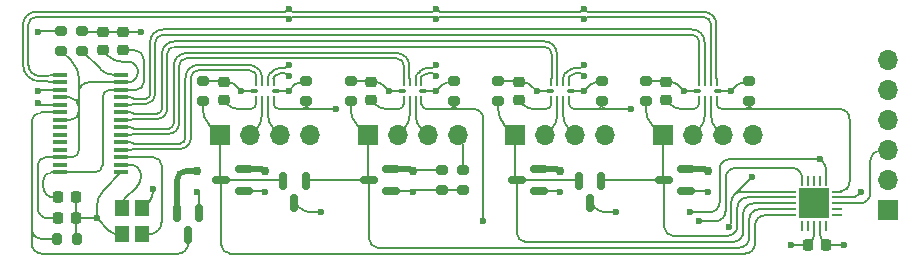
<source format=gbr>
%TF.GenerationSoftware,KiCad,Pcbnew,7.0.11-7.0.11~ubuntu22.04.1*%
%TF.CreationDate,2024-11-05T13:46:25+02:00*%
%TF.ProjectId,USB_Magic_Hub,5553425f-4d61-4676-9963-5f4875622e6b,rev?*%
%TF.SameCoordinates,PXc65d40PYc65d40*%
%TF.FileFunction,Copper,L1,Top*%
%TF.FilePolarity,Positive*%
%FSLAX46Y46*%
G04 Gerber Fmt 4.6, Leading zero omitted, Abs format (unit mm)*
G04 Created by KiCad (PCBNEW 7.0.11-7.0.11~ubuntu22.04.1) date 2024-11-05 13:46:25*
%MOMM*%
%LPD*%
G01*
G04 APERTURE LIST*
G04 Aperture macros list*
%AMRoundRect*
0 Rectangle with rounded corners*
0 $1 Rounding radius*
0 $2 $3 $4 $5 $6 $7 $8 $9 X,Y pos of 4 corners*
0 Add a 4 corners polygon primitive as box body*
4,1,4,$2,$3,$4,$5,$6,$7,$8,$9,$2,$3,0*
0 Add four circle primitives for the rounded corners*
1,1,$1+$1,$2,$3*
1,1,$1+$1,$4,$5*
1,1,$1+$1,$6,$7*
1,1,$1+$1,$8,$9*
0 Add four rect primitives between the rounded corners*
20,1,$1+$1,$2,$3,$4,$5,0*
20,1,$1+$1,$4,$5,$6,$7,0*
20,1,$1+$1,$6,$7,$8,$9,0*
20,1,$1+$1,$8,$9,$2,$3,0*%
G04 Aperture macros list end*
%TA.AperFunction,SMDPad,CuDef*%
%ADD10RoundRect,0.225000X-0.225000X-0.250000X0.225000X-0.250000X0.225000X0.250000X-0.225000X0.250000X0*%
%TD*%
%TA.AperFunction,SMDPad,CuDef*%
%ADD11RoundRect,0.200000X-0.275000X0.200000X-0.275000X-0.200000X0.275000X-0.200000X0.275000X0.200000X0*%
%TD*%
%TA.AperFunction,SMDPad,CuDef*%
%ADD12RoundRect,0.150000X-0.150000X0.587500X-0.150000X-0.587500X0.150000X-0.587500X0.150000X0.587500X0*%
%TD*%
%TA.AperFunction,SMDPad,CuDef*%
%ADD13RoundRect,0.062500X-0.362500X-0.062500X0.362500X-0.062500X0.362500X0.062500X-0.362500X0.062500X0*%
%TD*%
%TA.AperFunction,SMDPad,CuDef*%
%ADD14RoundRect,0.062500X-0.062500X-0.362500X0.062500X-0.362500X0.062500X0.362500X-0.062500X0.362500X0*%
%TD*%
%TA.AperFunction,HeatsinkPad*%
%ADD15R,2.600000X2.600000*%
%TD*%
%TA.AperFunction,SMDPad,CuDef*%
%ADD16RoundRect,0.150000X0.587500X0.150000X-0.587500X0.150000X-0.587500X-0.150000X0.587500X-0.150000X0*%
%TD*%
%TA.AperFunction,SMDPad,CuDef*%
%ADD17R,1.200000X0.400000*%
%TD*%
%TA.AperFunction,SMDPad,CuDef*%
%ADD18RoundRect,0.225000X0.250000X-0.225000X0.250000X0.225000X-0.250000X0.225000X-0.250000X-0.225000X0*%
%TD*%
%TA.AperFunction,ComponentPad*%
%ADD19R,1.700000X1.700000*%
%TD*%
%TA.AperFunction,ComponentPad*%
%ADD20O,1.700000X1.700000*%
%TD*%
%TA.AperFunction,SMDPad,CuDef*%
%ADD21RoundRect,0.050000X-0.075000X0.225000X-0.075000X-0.225000X0.075000X-0.225000X0.075000X0.225000X0*%
%TD*%
%TA.AperFunction,SMDPad,CuDef*%
%ADD22RoundRect,0.050000X-0.050000X0.225000X-0.050000X-0.225000X0.050000X-0.225000X0.050000X0.225000X0*%
%TD*%
%TA.AperFunction,SMDPad,CuDef*%
%ADD23RoundRect,0.050000X-0.250000X0.100000X-0.250000X-0.100000X0.250000X-0.100000X0.250000X0.100000X0*%
%TD*%
%TA.AperFunction,SMDPad,CuDef*%
%ADD24RoundRect,0.225000X0.225000X0.250000X-0.225000X0.250000X-0.225000X-0.250000X0.225000X-0.250000X0*%
%TD*%
%TA.AperFunction,SMDPad,CuDef*%
%ADD25RoundRect,0.200000X0.200000X0.275000X-0.200000X0.275000X-0.200000X-0.275000X0.200000X-0.275000X0*%
%TD*%
%TA.AperFunction,SMDPad,CuDef*%
%ADD26R,1.200000X1.400000*%
%TD*%
%TA.AperFunction,ViaPad*%
%ADD27C,0.600000*%
%TD*%
%TA.AperFunction,ViaPad*%
%ADD28C,0.750000*%
%TD*%
%TA.AperFunction,Conductor*%
%ADD29C,0.200000*%
%TD*%
%TA.AperFunction,Conductor*%
%ADD30C,0.500000*%
%TD*%
G04 APERTURE END LIST*
D10*
%TO.P,C4,1*%
%TO.N,/HUB_1.8V*%
X3725000Y-17000000D03*
%TO.P,C4,2*%
%TO.N,/GND*%
X5275000Y-17000000D03*
%TD*%
D11*
%TO.P,R12,1*%
%TO.N,/VCC_MCU*%
X37250000Y-7175000D03*
%TO.P,R12,2*%
%TO.N,/SEL3*%
X37250000Y-8825000D03*
%TD*%
D12*
%TO.P,Q5,1,G*%
%TO.N,/~{PWR_ENABLE}*%
X15700000Y-18312500D03*
%TO.P,Q5,2,S*%
%TO.N,Net-(Q1-S)*%
X13800000Y-18312500D03*
%TO.P,Q5,3,D*%
%TO.N,/VBUS_HUB*%
X14750000Y-20187500D03*
%TD*%
%TO.P,D1,1*%
%TO.N,/VBUS3*%
X24700000Y-15562500D03*
%TO.P,D1,2*%
%TO.N,/VBUS4*%
X22800000Y-15562500D03*
%TO.P,D1,3*%
%TO.N,/VCC_MCU*%
X23750000Y-17437500D03*
%TD*%
D13*
%TO.P,U4,1,PA4*%
%TO.N,/SEL4*%
X65825000Y-16500000D03*
%TO.P,U4,2,PA3*%
%TO.N,/VBUS1*%
X65825000Y-17000000D03*
%TO.P,U4,3,PA2*%
%TO.N,/VBUS2*%
X65825000Y-17500000D03*
%TO.P,U4,4,PA1*%
%TO.N,/VBUS3*%
X65825000Y-18000000D03*
%TO.P,U4,5,AREF/PA0*%
%TO.N,/VBUS4*%
X65825000Y-18500000D03*
D14*
%TO.P,U4,6,NC*%
%TO.N,unconnected-(U4-NC-Pad6)*%
X66750000Y-19425000D03*
%TO.P,U4,7,NC*%
%TO.N,unconnected-(U4-NC-Pad7)*%
X67250000Y-19425000D03*
%TO.P,U4,8,GND*%
%TO.N,/GND*%
X67750000Y-19425000D03*
%TO.P,U4,9,VCC*%
%TO.N,/VCC_MCU*%
X68250000Y-19425000D03*
%TO.P,U4,10,NC*%
%TO.N,unconnected-(U4-NC-Pad10)*%
X68750000Y-19425000D03*
D13*
%TO.P,U4,11,XTAL1/PB0*%
%TO.N,unconnected-(U4-XTAL1{slash}PB0-Pad11)*%
X69675000Y-18500000D03*
%TO.P,U4,12,XTAL2/PB1*%
%TO.N,unconnected-(U4-XTAL2{slash}PB1-Pad12)*%
X69675000Y-18000000D03*
%TO.P,U4,13,~{RESET}/PB3*%
%TO.N,/~{RESET}*%
X69675000Y-17500000D03*
%TO.P,U4,14,PB2*%
%TO.N,/~{PWR_ENABLE}*%
X69675000Y-17000000D03*
%TO.P,U4,15,PA7*%
%TO.N,/SEL1*%
X69675000Y-16500000D03*
D14*
%TO.P,U4,16,PA6*%
%TO.N,/SEL2*%
X68750000Y-15575000D03*
%TO.P,U4,17,NC*%
%TO.N,unconnected-(U4-NC-Pad17)*%
X68250000Y-15575000D03*
%TO.P,U4,18,NC*%
%TO.N,unconnected-(U4-NC-Pad18)*%
X67750000Y-15575000D03*
%TO.P,U4,19,NC*%
%TO.N,unconnected-(U4-NC-Pad19)*%
X67250000Y-15575000D03*
%TO.P,U4,20,PA5*%
%TO.N,/SEL3*%
X66750000Y-15575000D03*
D15*
%TO.P,U4,21,GND*%
%TO.N,/GND*%
X67750000Y-17500000D03*
%TD*%
D11*
%TO.P,R4,1*%
%TO.N,Net-(Q1-S)*%
X36250000Y-14675000D03*
%TO.P,R4,2*%
%TO.N,/~{PWR_ENABLE}*%
X36250000Y-16325000D03*
%TD*%
D16*
%TO.P,Q3,1,G*%
%TO.N,/~{PWR_ENABLE}*%
X31937500Y-16450000D03*
%TO.P,Q3,2,S*%
%TO.N,Net-(Q1-S)*%
X31937500Y-14550000D03*
%TO.P,Q3,3,D*%
%TO.N,/VBUS3*%
X30062500Y-15500000D03*
%TD*%
D11*
%TO.P,R9,1*%
%TO.N,/VCC_MCU*%
X49750000Y-7175000D03*
%TO.P,R9,2*%
%TO.N,/SEL2*%
X49750000Y-8825000D03*
%TD*%
%TO.P,R13,1*%
%TO.N,/VCC_MCU*%
X24750000Y-7175000D03*
%TO.P,R13,2*%
%TO.N,/SEL4*%
X24750000Y-8825000D03*
%TD*%
D17*
%TO.P,U1,1,VSS*%
%TO.N,/GND*%
X9100000Y-14877500D03*
%TO.P,U1,2,XOUT*%
%TO.N,Net-(U1-XOUT)*%
X9100000Y-14242500D03*
%TO.P,U1,3,XIN*%
%TO.N,Net-(U1-XIN)*%
X9100000Y-13607500D03*
%TO.P,U1,4,DM4*%
%TO.N,/DFP4-*%
X9100000Y-12972500D03*
%TO.P,U1,5,DP4*%
%TO.N,/DFP4+*%
X9100000Y-12337500D03*
%TO.P,U1,6,DM3*%
%TO.N,/DFP3-*%
X9100000Y-11702500D03*
%TO.P,U1,7,DP3*%
%TO.N,/DFP3+*%
X9100000Y-11067500D03*
%TO.P,U1,8,DM2*%
%TO.N,/DFP2-*%
X9100000Y-10432500D03*
%TO.P,U1,9,DP2*%
%TO.N,/DFP2+*%
X9100000Y-9797500D03*
%TO.P,U1,10,DM1*%
%TO.N,/DFP1-*%
X9100000Y-9162500D03*
%TO.P,U1,11,DP1*%
%TO.N,/DFP1+*%
X9100000Y-8527500D03*
%TO.P,U1,12,VD18_O*%
%TO.N,/HUB_1.8V*%
X9100000Y-7892500D03*
%TO.P,U1,13,VD33*%
%TO.N,/HUB_3.3V*%
X9100000Y-7257500D03*
%TO.P,U1,14,REXT*%
%TO.N,Net-(U1-REXT)*%
X9100000Y-6622500D03*
%TO.P,U1,15,DMU*%
%TO.N,/UFP-*%
X3900000Y-6622500D03*
%TO.P,U1,16,DPU*%
%TO.N,/UFP+*%
X3900000Y-7257500D03*
%TO.P,U1,17,~{XRSTJ}*%
%TO.N,Net-(U1-~{XRSTJ})*%
X3900000Y-7892500D03*
%TO.P,U1,18,VBUSM*%
%TO.N,/HUB_3.3V*%
X3900000Y-8527500D03*
%TO.P,U1,19,BUSJ*%
%TO.N,/GND*%
X3900000Y-9162500D03*
%TO.P,U1,20,VDD5*%
%TO.N,/VBUS_HUB*%
X3900000Y-9797500D03*
%TO.P,U1,21,VD33_O*%
%TO.N,/HUB_3.3V*%
X3900000Y-10432500D03*
%TO.P,U1,22,DRV*%
%TO.N,unconnected-(U1-DRV-Pad22)*%
X3900000Y-11067500D03*
%TO.P,U1,23,LED1/EESCL*%
%TO.N,unconnected-(U1-LED1{slash}EESCL-Pad23)*%
X3900000Y-11702500D03*
%TO.P,U1,24,LED2*%
%TO.N,unconnected-(U1-LED2-Pad24)*%
X3900000Y-12337500D03*
%TO.P,U1,25,PWRJ*%
%TO.N,unconnected-(U1-PWRJ-Pad25)*%
X3900000Y-12972500D03*
%TO.P,U1,26,OVCJ*%
%TO.N,/HUB_3.3V*%
X3900000Y-13607500D03*
%TO.P,U1,27,TESTJ/EESDA*%
%TO.N,unconnected-(U1-TESTJ{slash}EESDA-Pad27)*%
X3900000Y-14242500D03*
%TO.P,U1,28,VD18*%
%TO.N,/HUB_1.8V*%
X3900000Y-14877500D03*
%TD*%
D11*
%TO.P,R1,1*%
%TO.N,Net-(U1-~{XRSTJ})*%
X4000000Y-2925000D03*
%TO.P,R1,2*%
%TO.N,/HUB_3.3V*%
X4000000Y-4575000D03*
%TD*%
%TO.P,R10,1*%
%TO.N,/GND*%
X16000000Y-7175000D03*
%TO.P,R10,2*%
%TO.N,/VBUS4*%
X16000000Y-8825000D03*
%TD*%
D18*
%TO.P,C9,1*%
%TO.N,Net-(U6-REF)*%
X17750000Y-8775000D03*
%TO.P,C9,2*%
%TO.N,/GND*%
X17750000Y-7225000D03*
%TD*%
D19*
%TO.P,J1,1,Pin_1*%
%TO.N,/VBUS1*%
X54950000Y-11750000D03*
D20*
%TO.P,J1,2,Pin_2*%
%TO.N,/D1-*%
X57490000Y-11750000D03*
%TO.P,J1,3,Pin_3*%
%TO.N,/D1+*%
X60030000Y-11750000D03*
%TO.P,J1,4,Pin_4*%
%TO.N,/GND*%
X62570000Y-11750000D03*
%TD*%
D10*
%TO.P,C3,1*%
%TO.N,/HUB_3.3V*%
X3725000Y-18750000D03*
%TO.P,C3,2*%
%TO.N,/GND*%
X5275000Y-18750000D03*
%TD*%
D11*
%TO.P,R2,1*%
%TO.N,/GND*%
X5750000Y-2925000D03*
%TO.P,R2,2*%
%TO.N,Net-(U1-REXT)*%
X5750000Y-4575000D03*
%TD*%
D16*
%TO.P,Q1,1,G*%
%TO.N,/~{PWR_ENABLE}*%
X56937500Y-16450000D03*
%TO.P,Q1,2,S*%
%TO.N,Net-(Q1-S)*%
X56937500Y-14550000D03*
%TO.P,Q1,3,D*%
%TO.N,/VBUS1*%
X55062500Y-15500000D03*
%TD*%
D19*
%TO.P,J2,1,Pin_1*%
%TO.N,/VBUS2*%
X42450000Y-11750000D03*
D20*
%TO.P,J2,2,Pin_2*%
%TO.N,/D2-*%
X44990000Y-11750000D03*
%TO.P,J2,3,Pin_3*%
%TO.N,/D2+*%
X47530000Y-11750000D03*
%TO.P,J2,4,Pin_4*%
%TO.N,/GND*%
X50070000Y-11750000D03*
%TD*%
D12*
%TO.P,D2,1*%
%TO.N,/VBUS1*%
X49700000Y-15562500D03*
%TO.P,D2,2*%
%TO.N,/VBUS2*%
X47800000Y-15562500D03*
%TO.P,D2,3*%
%TO.N,/VCC_MCU*%
X48750000Y-17437500D03*
%TD*%
D21*
%TO.P,U3,1,L0+*%
%TO.N,/UFP+*%
X47000000Y-7325000D03*
D22*
%TO.P,U3,2,L0-*%
%TO.N,/UFP-*%
X46500000Y-7325000D03*
%TO.P,U3,3,L1+*%
%TO.N,/DFP2+*%
X46000000Y-7325000D03*
D21*
%TO.P,U3,4,L1-*%
%TO.N,/DFP2-*%
X45500000Y-7325000D03*
D23*
%TO.P,U3,5,GND*%
%TO.N,/GND*%
X45350000Y-8000000D03*
D21*
%TO.P,U3,6,REF*%
%TO.N,Net-(U3-REF)*%
X45500000Y-8675000D03*
D22*
%TO.P,U3,7,D-*%
%TO.N,/D2-*%
X46000000Y-8675000D03*
%TO.P,U3,8,D+*%
%TO.N,/D2+*%
X46500000Y-8675000D03*
D21*
%TO.P,U3,9,SEL*%
%TO.N,/SEL2*%
X47000000Y-8675000D03*
D23*
%TO.P,U3,10,VCC*%
%TO.N,/VCC_MCU*%
X47150000Y-8000000D03*
%TD*%
D24*
%TO.P,C7,1*%
%TO.N,/VCC_MCU*%
X68775000Y-21000000D03*
%TO.P,C7,2*%
%TO.N,/GND*%
X67225000Y-21000000D03*
%TD*%
D18*
%TO.P,C8,1*%
%TO.N,Net-(U5-REF)*%
X30250000Y-8775000D03*
%TO.P,C8,2*%
%TO.N,/GND*%
X30250000Y-7225000D03*
%TD*%
D11*
%TO.P,R3,1*%
%TO.N,/GND*%
X38000000Y-14675000D03*
%TO.P,R3,2*%
%TO.N,/~{PWR_ENABLE}*%
X38000000Y-16325000D03*
%TD*%
D25*
%TO.P,R11,1*%
%TO.N,/GND*%
X5325000Y-20500000D03*
%TO.P,R11,2*%
%TO.N,/VBUS_HUB*%
X3675000Y-20500000D03*
%TD*%
D19*
%TO.P,J3,1,Pin_1*%
%TO.N,/VBUS3*%
X29950000Y-11750000D03*
D20*
%TO.P,J3,2,Pin_2*%
%TO.N,/D3-*%
X32490000Y-11750000D03*
%TO.P,J3,3,Pin_3*%
%TO.N,/D3+*%
X35030000Y-11750000D03*
%TO.P,J3,4,Pin_4*%
%TO.N,/GND*%
X37570000Y-11750000D03*
%TD*%
D19*
%TO.P,J4,1,Pin_1*%
%TO.N,/SEL3*%
X74000000Y-18100000D03*
D20*
%TO.P,J4,2,Pin_2*%
%TO.N,/SEL4*%
X74000000Y-15560000D03*
%TO.P,J4,3,Pin_3*%
%TO.N,/~{RESET}*%
X74000000Y-13020000D03*
%TO.P,J4,4,Pin_4*%
%TO.N,/GND*%
X74000000Y-10480000D03*
%TO.P,J4,5,Pin_5*%
%TO.N,/SEL2*%
X74000000Y-7940000D03*
%TO.P,J4,6,Pin_6*%
%TO.N,/VCC_MCU*%
X74000000Y-5400000D03*
%TD*%
D18*
%TO.P,C5,1*%
%TO.N,/HUB_1.8V*%
X9250000Y-4525000D03*
%TO.P,C5,2*%
%TO.N,/GND*%
X9250000Y-2975000D03*
%TD*%
D11*
%TO.P,R5,1*%
%TO.N,/VCC_MCU*%
X62250000Y-7175000D03*
%TO.P,R5,2*%
%TO.N,/SEL1*%
X62250000Y-8825000D03*
%TD*%
D16*
%TO.P,Q4,1,G*%
%TO.N,/~{PWR_ENABLE}*%
X19437500Y-16450000D03*
%TO.P,Q4,2,S*%
%TO.N,Net-(Q1-S)*%
X19437500Y-14550000D03*
%TO.P,Q4,3,D*%
%TO.N,/VBUS4*%
X17562500Y-15500000D03*
%TD*%
D26*
%TO.P,Y1,1,1*%
%TO.N,Net-(U1-XOUT)*%
X9150000Y-17900000D03*
%TO.P,Y1,2,2*%
%TO.N,/GND*%
X9150000Y-20100000D03*
%TO.P,Y1,3,3*%
%TO.N,Net-(U1-XIN)*%
X10850000Y-20100000D03*
%TO.P,Y1,4,4*%
%TO.N,/GND*%
X10850000Y-17900000D03*
%TD*%
D16*
%TO.P,Q2,1,G*%
%TO.N,/~{PWR_ENABLE}*%
X44437500Y-16450000D03*
%TO.P,Q2,2,S*%
%TO.N,Net-(Q1-S)*%
X44437500Y-14550000D03*
%TO.P,Q2,3,D*%
%TO.N,/VBUS2*%
X42562500Y-15500000D03*
%TD*%
D21*
%TO.P,U5,1,L0+*%
%TO.N,/UFP+*%
X34500000Y-7325000D03*
D22*
%TO.P,U5,2,L0-*%
%TO.N,/UFP-*%
X34000000Y-7325000D03*
%TO.P,U5,3,L1+*%
%TO.N,/DFP3+*%
X33500000Y-7325000D03*
D21*
%TO.P,U5,4,L1-*%
%TO.N,/DFP3-*%
X33000000Y-7325000D03*
D23*
%TO.P,U5,5,GND*%
%TO.N,/GND*%
X32850000Y-8000000D03*
D21*
%TO.P,U5,6,REF*%
%TO.N,Net-(U5-REF)*%
X33000000Y-8675000D03*
D22*
%TO.P,U5,7,D-*%
%TO.N,/D3-*%
X33500000Y-8675000D03*
%TO.P,U5,8,D+*%
%TO.N,/D3+*%
X34000000Y-8675000D03*
D21*
%TO.P,U5,9,SEL*%
%TO.N,/SEL3*%
X34500000Y-8675000D03*
D23*
%TO.P,U5,10,VCC*%
%TO.N,/VCC_MCU*%
X34650000Y-8000000D03*
%TD*%
D19*
%TO.P,J5,1,Pin_1*%
%TO.N,/VBUS4*%
X17450000Y-11750000D03*
D20*
%TO.P,J5,2,Pin_2*%
%TO.N,/D4-*%
X19990000Y-11750000D03*
%TO.P,J5,3,Pin_3*%
%TO.N,/D4+*%
X22530000Y-11750000D03*
%TO.P,J5,4,Pin_4*%
%TO.N,/GND*%
X25070000Y-11750000D03*
%TD*%
D21*
%TO.P,U2,1,L0+*%
%TO.N,/UFP+*%
X59500000Y-7325000D03*
D22*
%TO.P,U2,2,L0-*%
%TO.N,/UFP-*%
X59000000Y-7325000D03*
%TO.P,U2,3,L1+*%
%TO.N,/DFP1+*%
X58500000Y-7325000D03*
D21*
%TO.P,U2,4,L1-*%
%TO.N,/DFP1-*%
X58000000Y-7325000D03*
D23*
%TO.P,U2,5,GND*%
%TO.N,/GND*%
X57850000Y-8000000D03*
D21*
%TO.P,U2,6,REF*%
%TO.N,Net-(U2-REF)*%
X58000000Y-8675000D03*
D22*
%TO.P,U2,7,D-*%
%TO.N,/D1-*%
X58500000Y-8675000D03*
%TO.P,U2,8,D+*%
%TO.N,/D1+*%
X59000000Y-8675000D03*
D21*
%TO.P,U2,9,SEL*%
%TO.N,/SEL1*%
X59500000Y-8675000D03*
D23*
%TO.P,U2,10,VCC*%
%TO.N,/VCC_MCU*%
X59650000Y-8000000D03*
%TD*%
D11*
%TO.P,R6,1*%
%TO.N,/GND*%
X53500000Y-7175000D03*
%TO.P,R6,2*%
%TO.N,/VBUS1*%
X53500000Y-8825000D03*
%TD*%
%TO.P,R7,1*%
%TO.N,/GND*%
X41000000Y-7175000D03*
%TO.P,R7,2*%
%TO.N,/VBUS2*%
X41000000Y-8825000D03*
%TD*%
D18*
%TO.P,C2,1*%
%TO.N,Net-(U2-REF)*%
X55250000Y-8775000D03*
%TO.P,C2,2*%
%TO.N,/GND*%
X55250000Y-7225000D03*
%TD*%
D11*
%TO.P,R8,1*%
%TO.N,/GND*%
X28500000Y-7175000D03*
%TO.P,R8,2*%
%TO.N,/VBUS3*%
X28500000Y-8825000D03*
%TD*%
D21*
%TO.P,U6,1,L0+*%
%TO.N,/UFP+*%
X22000000Y-7325000D03*
D22*
%TO.P,U6,2,L0-*%
%TO.N,/UFP-*%
X21500000Y-7325000D03*
%TO.P,U6,3,L1+*%
%TO.N,/DFP4+*%
X21000000Y-7325000D03*
D21*
%TO.P,U6,4,L1-*%
%TO.N,/DFP4-*%
X20500000Y-7325000D03*
D23*
%TO.P,U6,5,GND*%
%TO.N,/GND*%
X20350000Y-8000000D03*
D21*
%TO.P,U6,6,REF*%
%TO.N,Net-(U6-REF)*%
X20500000Y-8675000D03*
D22*
%TO.P,U6,7,D-*%
%TO.N,/D4-*%
X21000000Y-8675000D03*
%TO.P,U6,8,D+*%
%TO.N,/D4+*%
X21500000Y-8675000D03*
D21*
%TO.P,U6,9,SEL*%
%TO.N,/SEL4*%
X22000000Y-8675000D03*
D23*
%TO.P,U6,10,VCC*%
%TO.N,/VCC_MCU*%
X22150000Y-8000000D03*
%TD*%
D18*
%TO.P,C6,1*%
%TO.N,Net-(U3-REF)*%
X42750000Y-8775000D03*
%TO.P,C6,2*%
%TO.N,/GND*%
X42750000Y-7225000D03*
%TD*%
%TO.P,C1,1*%
%TO.N,/HUB_3.3V*%
X7500000Y-4525000D03*
%TO.P,C1,2*%
%TO.N,/GND*%
X7500000Y-2975000D03*
%TD*%
D27*
%TO.N,/GND*%
X67000000Y-18250000D03*
X2000000Y-9000000D03*
X7000000Y-18750000D03*
X19250000Y-8000000D03*
X68500000Y-18250000D03*
X65750000Y-21000000D03*
X10750000Y-3000000D03*
X56750000Y-8000000D03*
X44250000Y-8000000D03*
X11750000Y-16250000D03*
X31750000Y-8000000D03*
%TO.N,/VCC_MCU*%
X48250000Y-8000000D03*
X70250000Y-21000000D03*
X35750000Y-8000000D03*
X51000000Y-18250000D03*
X23250000Y-8000000D03*
X60750000Y-8000000D03*
X26000000Y-18250000D03*
%TO.N,/SEL2*%
X57250000Y-18250000D03*
X52250000Y-9500000D03*
X68250000Y-13750000D03*
%TO.N,/SEL3*%
X39750000Y-19000000D03*
X58000000Y-19000000D03*
%TO.N,/~{PWR_ENABLE}*%
X71750000Y-16500000D03*
X46250000Y-16500000D03*
X33750000Y-16500000D03*
X15500000Y-16500000D03*
X21250000Y-16500000D03*
X58750000Y-16500000D03*
D28*
%TO.N,Net-(Q1-S)*%
X33750000Y-14750000D03*
X46250000Y-14750000D03*
X21250000Y-14750000D03*
X58750000Y-14750000D03*
X15500000Y-14750000D03*
D27*
%TO.N,Net-(U1-~{XRSTJ})*%
X2000000Y-8000000D03*
X2000000Y-3000000D03*
%TO.N,/SEL4*%
X27250000Y-9500000D03*
X62500000Y-15250000D03*
X60500000Y-19500000D03*
%TO.N,/UFP-*%
X23250000Y-5825000D03*
X35750000Y-5825000D03*
X48250000Y-5825000D03*
X23250000Y-1925000D03*
X48250000Y-1925000D03*
X35750000Y-1925000D03*
%TO.N,/UFP+*%
X48250000Y-6675000D03*
X23250000Y-1075000D03*
X35750000Y-6675000D03*
X48250000Y-1075000D03*
X35750000Y-1075000D03*
X23250000Y-6675000D03*
%TD*%
D29*
%TO.N,/D4+*%
X21500009Y-9991680D02*
G75*
G03*
X22015001Y-11234999I1758291J-20D01*
G01*
%TO.N,/D4-*%
X20494994Y-11244994D02*
G75*
G03*
X21000000Y-10025822I-1219194J1219194D01*
G01*
%TO.N,/D3+*%
X34000009Y-9991680D02*
G75*
G03*
X34515001Y-11234999I1758291J-20D01*
G01*
%TO.N,/D3-*%
X32994994Y-11244994D02*
G75*
G03*
X33500000Y-10025822I-1219194J1219194D01*
G01*
%TO.N,/D2+*%
X46500009Y-9991680D02*
G75*
G03*
X47015001Y-11234999I1758291J-20D01*
G01*
%TO.N,/D2-*%
X45494994Y-11244994D02*
G75*
G03*
X46000000Y-10025822I-1219194J1219194D01*
G01*
%TO.N,/D1+*%
X59000009Y-9991680D02*
G75*
G03*
X59515001Y-11234999I1758291J-20D01*
G01*
%TO.N,/D1-*%
X57994994Y-11244994D02*
G75*
G03*
X58500000Y-10025822I-1219194J1219194D01*
G01*
%TO.N,/UFP+*%
X22603555Y-6474953D02*
G75*
G03*
X22159100Y-6659101I45J-628547D01*
G01*
X47908580Y-1274990D02*
G75*
G03*
X48150000Y-1174999I20J341390D01*
G01*
X35103555Y-6474953D02*
G75*
G03*
X34659100Y-6659101I45J-628547D01*
G01*
X47603555Y-6474953D02*
G75*
G03*
X47159100Y-6659101I45J-628547D01*
G01*
X1185900Y-6754100D02*
G75*
G03*
X2177900Y-7165000I992000J992000D01*
G01*
X59474979Y-2353550D02*
G75*
G03*
X59159099Y-1590899I-1078479J50D01*
G01*
X2953752Y-7211247D02*
G75*
G03*
X2842091Y-7165000I-111652J-111653D01*
G01*
X21990632Y-6827507D02*
G75*
G03*
X21975000Y-6865349I37868J-37793D01*
G01*
X34490632Y-6827507D02*
G75*
G03*
X34475000Y-6865349I37868J-37793D01*
G01*
X46990632Y-6827507D02*
G75*
G03*
X46975000Y-6865349I37868J-37793D01*
G01*
X2953747Y-7211252D02*
G75*
G03*
X3065406Y-7257500I111653J111652D01*
G01*
X21974992Y-6869821D02*
G75*
G03*
X21987500Y-6899999I42708J21D01*
G01*
X34474992Y-6869821D02*
G75*
G03*
X34487500Y-6899999I42708J21D01*
G01*
X46974992Y-6869821D02*
G75*
G03*
X46987500Y-6899999I42708J21D01*
G01*
X59474992Y-6869821D02*
G75*
G03*
X59487500Y-6899999I42708J21D01*
G01*
X23150006Y-6574994D02*
G75*
G03*
X22908580Y-6475001I-241406J-241406D01*
G01*
X23349993Y-1175005D02*
G75*
G03*
X23591419Y-1274999I241407J241405D01*
G01*
X22000009Y-6930176D02*
G75*
G03*
X21987499Y-6900000I-42709J-24D01*
G01*
X34500009Y-6930176D02*
G75*
G03*
X34487499Y-6900000I-42709J-24D01*
G01*
X775001Y-5762099D02*
G75*
G03*
X1185901Y-6754099I1402899J-1D01*
G01*
X47000009Y-6930176D02*
G75*
G03*
X46987499Y-6900000I-42709J-24D01*
G01*
X59500009Y-6930176D02*
G75*
G03*
X59487499Y-6900000I-42709J-24D01*
G01*
X22908580Y-1274990D02*
G75*
G03*
X23150000Y-1174999I20J341390D01*
G01*
X35849993Y-1175005D02*
G75*
G03*
X36091419Y-1274999I241407J241405D01*
G01*
X1090886Y-1590885D02*
G75*
G03*
X775000Y-2353550I762614J-762615D01*
G01*
X35650006Y-6574994D02*
G75*
G03*
X35408580Y-6475001I-241406J-241406D01*
G01*
X59159114Y-1590884D02*
G75*
G03*
X58396448Y-1274999I-762614J-762616D01*
G01*
X48150006Y-6574994D02*
G75*
G03*
X47908580Y-6475001I-241406J-241406D01*
G01*
X48349993Y-1175005D02*
G75*
G03*
X48591419Y-1274999I241407J241405D01*
G01*
X1853551Y-1275021D02*
G75*
G03*
X1090901Y-1590900I-51J-1078479D01*
G01*
X35408580Y-1274990D02*
G75*
G03*
X35650000Y-1174999I20J341390D01*
G01*
%TO.N,/UFP-*%
X36091419Y-1725009D02*
G75*
G03*
X35850000Y-1825001I-19J-341391D01*
G01*
X59012494Y-6899993D02*
G75*
G03*
X59025000Y-6869821I-30194J30193D01*
G01*
X22603401Y-6025003D02*
G75*
G03*
X21841007Y-6340793I-1J-1078197D01*
G01*
X35103401Y-6025003D02*
G75*
G03*
X34341007Y-6340793I-1J-1078197D01*
G01*
X48591419Y-1725009D02*
G75*
G03*
X48350000Y-1825001I-19J-341391D01*
G01*
X47603401Y-6025003D02*
G75*
G03*
X46841007Y-6340793I-1J-1078197D01*
G01*
X21606535Y-6575206D02*
G75*
G03*
X21525000Y-6772149I196965J-196894D01*
G01*
X1409113Y-1909113D02*
G75*
G03*
X1225000Y-2353556I444487J-444487D01*
G01*
X34106535Y-6575206D02*
G75*
G03*
X34025000Y-6772149I196965J-196894D01*
G01*
X46606535Y-6575206D02*
G75*
G03*
X46525000Y-6772149I196965J-196894D01*
G01*
X35650006Y-1824994D02*
G75*
G03*
X35408580Y-1725001I-241406J-241406D01*
G01*
X3065406Y-6622503D02*
G75*
G03*
X2953749Y-6668750I-6J-157897D01*
G01*
X59025017Y-2353556D02*
G75*
G03*
X58840899Y-1909100I-628617J-44D01*
G01*
X48150006Y-1824994D02*
G75*
G03*
X47908580Y-1725001I-241406J-241406D01*
G01*
X1504098Y-6435902D02*
G75*
G03*
X2177907Y-6715000I673802J673802D01*
G01*
X22908580Y-6024990D02*
G75*
G03*
X23150000Y-5924999I20J341390D01*
G01*
X21512507Y-6900006D02*
G75*
G03*
X21500000Y-6930176I30193J-30194D01*
G01*
X58840886Y-1909113D02*
G75*
G03*
X58396442Y-1725001I-444486J-444487D01*
G01*
X34012507Y-6900006D02*
G75*
G03*
X34000000Y-6930176I30193J-30194D01*
G01*
X46512507Y-6900006D02*
G75*
G03*
X46500000Y-6930176I30193J-30194D01*
G01*
X35408580Y-6024990D02*
G75*
G03*
X35650000Y-5924999I20J341390D01*
G01*
X2842091Y-6714996D02*
G75*
G03*
X2953749Y-6668750I9J157896D01*
G01*
X59012507Y-6900006D02*
G75*
G03*
X59000000Y-6930176I30193J-30194D01*
G01*
X23150006Y-1824994D02*
G75*
G03*
X22908580Y-1725001I-241406J-241406D01*
G01*
X47908580Y-6024990D02*
G75*
G03*
X48150000Y-5924999I20J341390D01*
G01*
X1225003Y-5762092D02*
G75*
G03*
X1504100Y-6435900I952897J-8D01*
G01*
X23591419Y-1725009D02*
G75*
G03*
X23350000Y-1825001I-19J-341391D01*
G01*
X1853557Y-1724983D02*
G75*
G03*
X1409101Y-1909101I43J-628617D01*
G01*
X21512494Y-6899993D02*
G75*
G03*
X21525000Y-6869821I-30194J30193D01*
G01*
X34012494Y-6899993D02*
G75*
G03*
X34025000Y-6869821I-30194J30193D01*
G01*
X46512494Y-6899993D02*
G75*
G03*
X46525000Y-6869821I-30194J30193D01*
G01*
%TO.N,/DFP1+*%
X10046248Y-8573753D02*
G75*
G03*
X10157908Y-8620000I111652J111653D01*
G01*
X58500009Y-6930176D02*
G75*
G03*
X58487499Y-6900000I-42709J-24D01*
G01*
X58474992Y-6869821D02*
G75*
G03*
X58487500Y-6899999I42708J21D01*
G01*
X58474979Y-3853550D02*
G75*
G03*
X58159100Y-3090900I-1078479J50D01*
G01*
X11161044Y-8620018D02*
G75*
G03*
X11418400Y-8513400I-44J364018D01*
G01*
X11840885Y-3090885D02*
G75*
G03*
X11525000Y-3853550I762615J-762615D01*
G01*
X11418387Y-8513387D02*
G75*
G03*
X11525000Y-8256044I-257387J257387D01*
G01*
X10046253Y-8573748D02*
G75*
G03*
X9934593Y-8527500I-111653J-111652D01*
G01*
X58159115Y-3090885D02*
G75*
G03*
X57396449Y-2775000I-762615J-762615D01*
G01*
X12603550Y-2775021D02*
G75*
G03*
X11840900Y-3090900I-50J-1078479D01*
G01*
%TO.N,/DFP1-*%
X10157908Y-9070004D02*
G75*
G03*
X10046251Y-9116250I-8J-157896D01*
G01*
X58012494Y-6899993D02*
G75*
G03*
X58025000Y-6869821I-30194J30193D01*
G01*
X12159113Y-3409113D02*
G75*
G03*
X11975000Y-3853556I444487J-444487D01*
G01*
X58025017Y-3853556D02*
G75*
G03*
X57840899Y-3409101I-628617J-44D01*
G01*
X11736585Y-8831585D02*
G75*
G03*
X11975000Y-8256051I-575585J575585D01*
G01*
X9934593Y-9162497D02*
G75*
G03*
X10046251Y-9116250I7J157897D01*
G01*
X12603556Y-3224983D02*
G75*
G03*
X12159101Y-3409101I44J-628617D01*
G01*
X57840887Y-3409113D02*
G75*
G03*
X57396443Y-3225000I-444487J-444487D01*
G01*
X58012507Y-6900006D02*
G75*
G03*
X58000000Y-6930176I30193J-30194D01*
G01*
X11161051Y-9070021D02*
G75*
G03*
X11736600Y-8831600I-51J814021D01*
G01*
%TO.N,/DFP2+*%
X46000009Y-6930176D02*
G75*
G03*
X45987499Y-6900000I-42709J-24D01*
G01*
X45974979Y-4853550D02*
G75*
G03*
X45659100Y-4090900I-1078479J50D01*
G01*
X13603550Y-3775021D02*
G75*
G03*
X12840900Y-4090900I-50J-1078479D01*
G01*
X12840885Y-4090885D02*
G75*
G03*
X12525000Y-4853550I762615J-762615D01*
G01*
X12126902Y-9890001D02*
G75*
G03*
X12408400Y-9773400I-2J398101D01*
G01*
X45974992Y-6869821D02*
G75*
G03*
X45987500Y-6899999I42708J21D01*
G01*
X10046253Y-9843748D02*
G75*
G03*
X9934593Y-9797500I-111653J-111652D01*
G01*
X12408399Y-9773399D02*
G75*
G03*
X12525000Y-9491902I-281499J281499D01*
G01*
X45659115Y-4090885D02*
G75*
G03*
X44896449Y-3775000I-762615J-762615D01*
G01*
X10046248Y-9843753D02*
G75*
G03*
X10157908Y-9890000I111652J111653D01*
G01*
%TO.N,/DFP2-*%
X45512494Y-6899993D02*
G75*
G03*
X45525000Y-6869821I-30194J30193D01*
G01*
X12726597Y-10091597D02*
G75*
G03*
X12975000Y-9491909I-599697J599697D01*
G01*
X13159113Y-4409113D02*
G75*
G03*
X12975000Y-4853556I444487J-444487D01*
G01*
X12126909Y-10340003D02*
G75*
G03*
X12726599Y-10091599I-9J848103D01*
G01*
X10157908Y-10340004D02*
G75*
G03*
X10046251Y-10386250I-8J-157896D01*
G01*
X13603556Y-4224983D02*
G75*
G03*
X13159101Y-4409101I44J-628617D01*
G01*
X45525017Y-4853556D02*
G75*
G03*
X45340899Y-4409101I-628617J-44D01*
G01*
X9934593Y-10432497D02*
G75*
G03*
X10046251Y-10386250I7J157897D01*
G01*
X45512507Y-6900006D02*
G75*
G03*
X45500000Y-6930176I30193J-30194D01*
G01*
X45340887Y-4409113D02*
G75*
G03*
X44896443Y-4225000I-444487J-444487D01*
G01*
%TO.N,/DFP3+*%
X33500009Y-6930176D02*
G75*
G03*
X33487499Y-6900000I-42709J-24D01*
G01*
X13840885Y-5090885D02*
G75*
G03*
X13525000Y-5853550I762615J-762615D01*
G01*
X33474992Y-6869821D02*
G75*
G03*
X33487500Y-6899999I42708J21D01*
G01*
X33474979Y-5853550D02*
G75*
G03*
X33159100Y-5090900I-1078479J50D01*
G01*
X33159115Y-5090885D02*
G75*
G03*
X32396449Y-4775000I-762615J-762615D01*
G01*
X10046253Y-11113748D02*
G75*
G03*
X9934593Y-11067500I-111653J-111652D01*
G01*
X13398412Y-11033412D02*
G75*
G03*
X13525000Y-10727760I-305612J305612D01*
G01*
X13092760Y-11159983D02*
G75*
G03*
X13398400Y-11033400I40J432183D01*
G01*
X14603550Y-4775021D02*
G75*
G03*
X13840900Y-5090900I-50J-1078479D01*
G01*
X10046248Y-11113753D02*
G75*
G03*
X10157908Y-11160000I111652J111653D01*
G01*
%TO.N,/DFP3-*%
X33012494Y-6899993D02*
G75*
G03*
X33025000Y-6869821I-30194J30193D01*
G01*
X10157908Y-11610004D02*
G75*
G03*
X10046251Y-11656250I-8J-157896D01*
G01*
X14603556Y-5224983D02*
G75*
G03*
X14159101Y-5409101I44J-628617D01*
G01*
X13092767Y-11609986D02*
G75*
G03*
X13716600Y-11351600I33J882186D01*
G01*
X33012507Y-6900006D02*
G75*
G03*
X33000000Y-6930176I30193J-30194D01*
G01*
X33025017Y-5853556D02*
G75*
G03*
X32840899Y-5409101I-628617J-44D01*
G01*
X13716610Y-11351610D02*
G75*
G03*
X13975000Y-10727767I-623810J623810D01*
G01*
X9934593Y-11702497D02*
G75*
G03*
X10046251Y-11656250I7J157897D01*
G01*
X14159113Y-5409113D02*
G75*
G03*
X13975000Y-5853556I444487J-444487D01*
G01*
X32840887Y-5409113D02*
G75*
G03*
X32396443Y-5225000I-444487J-444487D01*
G01*
%TO.N,/DFP4+*%
X20974992Y-6869821D02*
G75*
G03*
X20987500Y-6899999I42708J21D01*
G01*
X20975022Y-6647149D02*
G75*
G03*
X20805047Y-6236847I-580322J-51D01*
G01*
X14840885Y-6090885D02*
G75*
G03*
X14525000Y-6853550I762615J-762615D01*
G01*
X20659115Y-6090885D02*
G75*
G03*
X19896449Y-5775000I-762615J-762615D01*
G01*
X10046253Y-12383748D02*
G75*
G03*
X9934593Y-12337500I-111653J-111652D01*
G01*
X14058618Y-12430007D02*
G75*
G03*
X14388400Y-12293400I-18J466407D01*
G01*
X15603550Y-5775021D02*
G75*
G03*
X14840900Y-6090900I-50J-1078479D01*
G01*
X14388395Y-12293395D02*
G75*
G03*
X14525000Y-11963618I-329795J329795D01*
G01*
X21000009Y-6930176D02*
G75*
G03*
X20987499Y-6900000I-42709J-24D01*
G01*
X10046248Y-12383753D02*
G75*
G03*
X10157908Y-12430000I111652J111653D01*
G01*
%TO.N,/DFP4-*%
X10157908Y-12880004D02*
G75*
G03*
X10046251Y-12926250I-8J-157896D01*
G01*
X20524979Y-6740349D02*
G75*
G03*
X20420948Y-6489150I-355179J49D01*
G01*
X20512507Y-6900006D02*
G75*
G03*
X20500000Y-6930176I30193J-30194D01*
G01*
X15159113Y-6409113D02*
G75*
G03*
X14975000Y-6853556I444487J-444487D01*
G01*
X9934593Y-12972497D02*
G75*
G03*
X10046251Y-12926250I7J157897D01*
G01*
X15603556Y-6224983D02*
G75*
G03*
X15159101Y-6409101I44J-628617D01*
G01*
X20512494Y-6899993D02*
G75*
G03*
X20525000Y-6869821I-30194J30193D01*
G01*
X14058625Y-12880010D02*
G75*
G03*
X14706600Y-12611600I-25J916410D01*
G01*
X14706593Y-12611593D02*
G75*
G03*
X14975000Y-11963625I-647993J647993D01*
G01*
X20340887Y-6409113D02*
G75*
G03*
X19896443Y-6225000I-444487J-444487D01*
G01*
%TO.N,Net-(U1-XIN)*%
X12199989Y-19799989D02*
G75*
G03*
X12500000Y-19075735I-724289J724289D01*
G01*
X12499983Y-14277539D02*
G75*
G03*
X12303750Y-13803750I-669983J39D01*
G01*
X11475735Y-20100014D02*
G75*
G03*
X12199999Y-19799999I-35J1024314D01*
G01*
X12303762Y-13803738D02*
G75*
G03*
X11829960Y-13607500I-473762J-473762D01*
G01*
%TO.N,Net-(U1-XOUT)*%
X10496237Y-14496263D02*
G75*
G03*
X9883643Y-14242500I-612637J-612637D01*
G01*
X10750017Y-15108856D02*
G75*
G03*
X10496249Y-14496251I-866417J-44D01*
G01*
X9344456Y-17155547D02*
G75*
G03*
X9150000Y-17625000I469444J-469453D01*
G01*
X10396445Y-16103552D02*
G75*
G03*
X10750000Y-15250000I-853545J853552D01*
G01*
%TO.N,/SEL4*%
X60999984Y-16749984D02*
G75*
G03*
X60750000Y-17353553I603516J-603516D01*
G01*
X61603553Y-16500023D02*
G75*
G03*
X61000001Y-16750001I-53J-853477D01*
G01*
X61500080Y-16250080D02*
G75*
G03*
X61603553Y-16500000I103520J-103520D01*
G01*
X21999991Y-9073223D02*
G75*
G03*
X22125000Y-9375000I426809J23D01*
G01*
X22125007Y-9374993D02*
G75*
G03*
X22426776Y-9500000I301793J301793D01*
G01*
X60624993Y-19374993D02*
G75*
G03*
X60750000Y-19073223I-301793J301793D01*
G01*
X24412500Y-9500000D02*
G75*
G03*
X24750000Y-9162500I0J337500D01*
G01*
X24750000Y-9162500D02*
G75*
G03*
X25087500Y-9500000I337500J0D01*
G01*
X61000000Y-16750000D02*
X61500000Y-16250000D01*
X24412500Y-9500000D02*
X23737500Y-9500000D01*
X27125000Y-9500000D02*
X26875000Y-9500000D01*
X25087500Y-9500000D02*
X24412500Y-9500000D01*
%TO.N,Net-(U1-REXT)*%
X7337012Y-6161980D02*
G75*
G03*
X8448750Y-6622500I1111788J1111780D01*
G01*
%TO.N,Net-(U1-~{XRSTJ})*%
X2183513Y-7892506D02*
G75*
G03*
X2053750Y-7946250I-13J-183494D01*
G01*
X2128033Y-2925014D02*
G75*
G03*
X2037500Y-2962500I-33J-127986D01*
G01*
%TO.N,/VBUS_HUB*%
X14499986Y-21499986D02*
G75*
G03*
X14750000Y-20896446I-603586J603586D01*
G01*
X1500002Y-20896446D02*
G75*
G03*
X1750000Y-21500000I853548J-4D01*
G01*
X13896446Y-21750019D02*
G75*
G03*
X14500000Y-21500000I-46J853619D01*
G01*
X2272465Y-9797486D02*
G75*
G03*
X1726250Y-10023750I35J-772514D01*
G01*
X1750014Y-21499986D02*
G75*
G03*
X2353553Y-21750000I603586J603586D01*
G01*
X1749920Y-20250080D02*
G75*
G03*
X1500000Y-20353553I-103520J-103520D01*
G01*
X1500002Y-19646446D02*
G75*
G03*
X1750000Y-20250000I853548J-4D01*
G01*
X1750014Y-20249986D02*
G75*
G03*
X2353553Y-20500000I603586J603586D01*
G01*
X1726260Y-10023760D02*
G75*
G03*
X1500000Y-10569965I546240J-546240D01*
G01*
X1500000Y-20353553D02*
X1500000Y-19646446D01*
D30*
%TO.N,Net-(Q1-S)*%
X14025001Y-14975001D02*
G75*
G03*
X13800000Y-15518198I543199J-543199D01*
G01*
X21150006Y-14649994D02*
G75*
G03*
X20908578Y-14550000I-241406J-241406D01*
G01*
X33650006Y-14649994D02*
G75*
G03*
X33408578Y-14550000I-241406J-241406D01*
G01*
X46150006Y-14649994D02*
G75*
G03*
X45908578Y-14550000I-241406J-241406D01*
G01*
X14568198Y-14750000D02*
G75*
G03*
X14025001Y-14975001I2J-768200D01*
G01*
X58650006Y-14649994D02*
G75*
G03*
X58408578Y-14550000I-241406J-241406D01*
G01*
D29*
X33878033Y-14675014D02*
G75*
G03*
X33787500Y-14712500I-33J-127986D01*
G01*
%TO.N,/~{PWR_ENABLE}*%
X70896446Y-17000019D02*
G75*
G03*
X71500000Y-16750000I-46J853619D01*
G01*
X58724987Y-16475013D02*
G75*
G03*
X58664644Y-16450000I-60387J-60387D01*
G01*
X33724987Y-16475013D02*
G75*
G03*
X33664644Y-16450000I-60387J-60387D01*
G01*
X21224987Y-16475013D02*
G75*
G03*
X21164644Y-16450000I-60387J-60387D01*
G01*
X34048743Y-16325019D02*
G75*
G03*
X33837501Y-16412501I-43J-298681D01*
G01*
X46224987Y-16475013D02*
G75*
G03*
X46164644Y-16450000I-60387J-60387D01*
G01*
X15699991Y-16841421D02*
G75*
G03*
X15600000Y-16600000I-341391J21D01*
G01*
%TO.N,/SEL3*%
X60499984Y-14749984D02*
G75*
G03*
X60250000Y-15353553I603516J-603516D01*
G01*
X61103553Y-14500023D02*
G75*
G03*
X60500001Y-14750001I-53J-853477D01*
G01*
X66749996Y-15287500D02*
G75*
G03*
X66546706Y-14796706I-694096J0D01*
G01*
X66500016Y-14749984D02*
G75*
G03*
X65896446Y-14500000I-603516J-603516D01*
G01*
X59999986Y-18749986D02*
G75*
G03*
X60250000Y-18146446I-603586J603586D01*
G01*
X39750019Y-10353553D02*
G75*
G03*
X39500000Y-9750000I-853619J-47D01*
G01*
X34499991Y-9073223D02*
G75*
G03*
X34625000Y-9375000I426809J23D01*
G01*
X34625007Y-9374993D02*
G75*
G03*
X34926776Y-9500000I301793J301793D01*
G01*
X59396446Y-19000019D02*
G75*
G03*
X60000000Y-18750000I-46J853619D01*
G01*
X36912500Y-9500000D02*
G75*
G03*
X37250000Y-9162500I0J337500D01*
G01*
X37250000Y-9162500D02*
G75*
G03*
X37587500Y-9500000I337500J0D01*
G01*
X39500016Y-9749984D02*
G75*
G03*
X38896446Y-9500000I-603516J-603516D01*
G01*
X36912500Y-9500000D02*
X36237500Y-9500000D01*
X37587500Y-9500000D02*
X36912500Y-9500000D01*
%TO.N,/~{RESET}*%
X73319411Y-13020005D02*
G75*
G03*
X72740000Y-13260000I-11J-819395D01*
G01*
X72249986Y-17249986D02*
G75*
G03*
X72500000Y-16646446I-603586J603586D01*
G01*
X72739997Y-13259997D02*
G75*
G03*
X72500000Y-13839411I579403J-579403D01*
G01*
X71646446Y-17500019D02*
G75*
G03*
X72250000Y-17250000I-46J853619D01*
G01*
%TO.N,/SEL1*%
X59499991Y-9073223D02*
G75*
G03*
X59625000Y-9375000I426809J23D01*
G01*
X61912500Y-9500000D02*
G75*
G03*
X62250000Y-9162500I0J337500D01*
G01*
X62250000Y-9162500D02*
G75*
G03*
X62587500Y-9500000I337500J0D01*
G01*
X70500016Y-9749984D02*
G75*
G03*
X69896446Y-9500000I-603516J-603516D01*
G01*
X70750019Y-10353553D02*
G75*
G03*
X70500000Y-9750000I-853619J-47D01*
G01*
X69962500Y-16499995D02*
G75*
G03*
X70453293Y-16296706I0J694095D01*
G01*
X59625007Y-9374993D02*
G75*
G03*
X59926776Y-9500000I301793J301793D01*
G01*
X70499986Y-16249986D02*
G75*
G03*
X70750000Y-15646446I-603586J603586D01*
G01*
X62587500Y-9500000D02*
X61912500Y-9500000D01*
%TO.N,/SEL2*%
X58896446Y-18250019D02*
G75*
G03*
X59500000Y-18000000I-46J853619D01*
G01*
X49412500Y-9500000D02*
G75*
G03*
X49750000Y-9162500I0J337500D01*
G01*
X49750000Y-9162500D02*
G75*
G03*
X50087500Y-9500000I337500J0D01*
G01*
X60603553Y-13750023D02*
G75*
G03*
X60000001Y-14000001I-53J-853477D01*
G01*
X59999984Y-13999984D02*
G75*
G03*
X59750000Y-14603553I603516J-603516D01*
G01*
X47125007Y-9374993D02*
G75*
G03*
X47426776Y-9500000I301793J301793D01*
G01*
X68750019Y-14603553D02*
G75*
G03*
X68500000Y-14000000I-853619J-47D01*
G01*
X59499986Y-17999986D02*
G75*
G03*
X59750000Y-17396446I-603586J603586D01*
G01*
X46999991Y-9073223D02*
G75*
G03*
X47125000Y-9375000I426809J23D01*
G01*
X50087500Y-9500000D02*
X49412500Y-9500000D01*
X52000000Y-9500000D02*
X51500000Y-9500000D01*
X49412500Y-9500000D02*
X48737500Y-9500000D01*
%TO.N,/VBUS4*%
X17781262Y-21531238D02*
G75*
G03*
X18309359Y-21750000I528138J528138D01*
G01*
X62499986Y-21499986D02*
G75*
G03*
X62750000Y-20896446I-603586J603586D01*
G01*
X16000006Y-9562500D02*
G75*
G03*
X16521492Y-10821490I1780494J0D01*
G01*
X62999984Y-18749984D02*
G75*
G03*
X62750000Y-19353553I603516J-603516D01*
G01*
X17450021Y-15307950D02*
G75*
G03*
X17506250Y-15443750I191979J-50D01*
G01*
X63603553Y-18500023D02*
G75*
G03*
X63000001Y-18750001I-53J-853477D01*
G01*
X17562484Y-21003140D02*
G75*
G03*
X17781251Y-21531249I746916J40D01*
G01*
X61896446Y-21750019D02*
G75*
G03*
X62500000Y-21500000I-46J853619D01*
G01*
X17562479Y-15579549D02*
G75*
G03*
X17506250Y-15443750I-191979J49D01*
G01*
X17642049Y-15500000D02*
G75*
G03*
X17562500Y-15579549I-49J-79500D01*
G01*
X17506235Y-15443765D02*
G75*
G03*
X17642049Y-15500000I135765J135765D01*
G01*
X22768748Y-15531252D02*
G75*
G03*
X22693305Y-15500000I-75448J-75448D01*
G01*
%TO.N,/VBUS3*%
X24806694Y-15499998D02*
G75*
G03*
X24731250Y-15531250I6J-106702D01*
G01*
X29982950Y-15499951D02*
G75*
G03*
X30006250Y-15443750I-50J32951D01*
G01*
X30062500Y-15579549D02*
G75*
G03*
X29982950Y-15500000I-79500J49D01*
G01*
X30062479Y-15579549D02*
G75*
G03*
X30006250Y-15443750I-191979J49D01*
G01*
X30062484Y-20503140D02*
G75*
G03*
X30281251Y-21031249I746916J40D01*
G01*
X63103553Y-18000023D02*
G75*
G03*
X62500001Y-18250001I-53J-853477D01*
G01*
X28500006Y-9562500D02*
G75*
G03*
X29021492Y-10821490I1780494J0D01*
G01*
X29950021Y-15307950D02*
G75*
G03*
X30006250Y-15443750I191979J-50D01*
G01*
X61396446Y-21250019D02*
G75*
G03*
X62000000Y-21000000I-46J853619D01*
G01*
X62499984Y-18249984D02*
G75*
G03*
X62250000Y-18853553I603516J-603516D01*
G01*
X61999986Y-20999986D02*
G75*
G03*
X62250000Y-20396446I-603586J603586D01*
G01*
X30281262Y-21031238D02*
G75*
G03*
X30809359Y-21250000I528138J528138D01*
G01*
%TO.N,/VBUS2*%
X47768748Y-15531252D02*
G75*
G03*
X47693305Y-15500000I-75448J-75448D01*
G01*
X42562479Y-15579549D02*
G75*
G03*
X42506250Y-15443750I-191979J49D01*
G01*
X42642049Y-15500000D02*
G75*
G03*
X42562500Y-15579549I-49J-79500D01*
G01*
X42506235Y-15443765D02*
G75*
G03*
X42642049Y-15500000I135765J135765D01*
G01*
X42450021Y-15307950D02*
G75*
G03*
X42506250Y-15443750I191979J-50D01*
G01*
X61499986Y-20499986D02*
G75*
G03*
X61750000Y-19896446I-603586J603586D01*
G01*
X42781262Y-20531238D02*
G75*
G03*
X43309359Y-20750000I528138J528138D01*
G01*
X61999984Y-17749984D02*
G75*
G03*
X61750000Y-18353553I603516J-603516D01*
G01*
X62603553Y-17500023D02*
G75*
G03*
X62000001Y-17750001I-53J-853477D01*
G01*
X41000006Y-9562500D02*
G75*
G03*
X41521492Y-10821490I1780494J0D01*
G01*
X42562484Y-20003140D02*
G75*
G03*
X42781251Y-20531249I746916J40D01*
G01*
X60896446Y-20750019D02*
G75*
G03*
X61500000Y-20500000I-46J853619D01*
G01*
%TO.N,/VBUS1*%
X49806694Y-15499998D02*
G75*
G03*
X49731250Y-15531250I6J-106702D01*
G01*
X53500006Y-9562500D02*
G75*
G03*
X54021492Y-10821490I1780494J0D01*
G01*
X55281262Y-20031238D02*
G75*
G03*
X55809359Y-20250000I528138J528138D01*
G01*
X60999986Y-19999986D02*
G75*
G03*
X61250000Y-19396446I-603586J603586D01*
G01*
X54982950Y-15499951D02*
G75*
G03*
X55006250Y-15443750I-50J32951D01*
G01*
X55062500Y-15579549D02*
G75*
G03*
X54982950Y-15500000I-79500J49D01*
G01*
X55062479Y-15579549D02*
G75*
G03*
X55006250Y-15443750I-191979J49D01*
G01*
X61499984Y-17249984D02*
G75*
G03*
X61250000Y-17853553I603516J-603516D01*
G01*
X55062484Y-19503140D02*
G75*
G03*
X55281251Y-20031249I746916J40D01*
G01*
X54950021Y-15307950D02*
G75*
G03*
X55006250Y-15443750I191979J-50D01*
G01*
X62103553Y-17000023D02*
G75*
G03*
X61500001Y-17250001I-53J-853477D01*
G01*
X60396446Y-20250019D02*
G75*
G03*
X61000000Y-20000000I-46J853619D01*
G01*
%TO.N,Net-(U6-REF)*%
X18112514Y-9137486D02*
G75*
G03*
X18987652Y-9500000I875186J875186D01*
G01*
X20374993Y-9374993D02*
G75*
G03*
X20500000Y-9073223I-301793J301793D01*
G01*
X20073223Y-9500009D02*
G75*
G03*
X20375000Y-9375000I-23J426809D01*
G01*
%TO.N,Net-(U5-REF)*%
X32874993Y-9374993D02*
G75*
G03*
X33000000Y-9073223I-301793J301793D01*
G01*
X32573223Y-9500009D02*
G75*
G03*
X32875000Y-9375000I-23J426809D01*
G01*
X30612514Y-9137486D02*
G75*
G03*
X31487652Y-9500000I875186J875186D01*
G01*
%TO.N,/VCC_MCU*%
X24412500Y-7175001D02*
G75*
G03*
X23836352Y-7413649I0J-814799D01*
G01*
X68250013Y-20103768D02*
G75*
G03*
X68512500Y-20737500I896187J-32D01*
G01*
X36912500Y-7175001D02*
G75*
G03*
X36336352Y-7413649I0J-814799D01*
G01*
X49412500Y-7175001D02*
G75*
G03*
X48836352Y-7413649I0J-814799D01*
G01*
X24156243Y-17843757D02*
G75*
G03*
X25137024Y-18250000I980757J980757D01*
G01*
X61912500Y-7175001D02*
G75*
G03*
X61336352Y-7413649I0J-814799D01*
G01*
X49156243Y-17843757D02*
G75*
G03*
X50137024Y-18250000I980757J980757D01*
G01*
%TO.N,Net-(U3-REF)*%
X43112514Y-9137486D02*
G75*
G03*
X43987652Y-9500000I875186J875186D01*
G01*
X45374993Y-9374993D02*
G75*
G03*
X45500000Y-9073223I-301793J301793D01*
G01*
X45073223Y-9500009D02*
G75*
G03*
X45375000Y-9375000I-23J426809D01*
G01*
%TO.N,/HUB_1.8V*%
X7678753Y-8071253D02*
G75*
G03*
X7500000Y-8502790I431547J-431547D01*
G01*
X3135897Y-14877499D02*
G75*
G03*
X2686250Y-15063750I3J-635901D01*
G01*
X7311260Y-14688760D02*
G75*
G03*
X7500000Y-14233067I-455660J455660D01*
G01*
X10762493Y-4762507D02*
G75*
G03*
X10189124Y-4525000I-573393J-573393D01*
G01*
X10329960Y-7892483D02*
G75*
G03*
X10803750Y-7696250I40J669983D01*
G01*
X2500023Y-16146446D02*
G75*
G03*
X2750001Y-16749999I853477J-54D01*
G01*
X2750014Y-16749986D02*
G75*
G03*
X3353553Y-17000000I603586J603586D01*
G01*
X10803762Y-7696262D02*
G75*
G03*
X11000000Y-7222460I-473762J473762D01*
G01*
X2686251Y-15063751D02*
G75*
G03*
X2500000Y-15513397I449649J-449649D01*
G01*
X8110290Y-7892497D02*
G75*
G03*
X7678751Y-8071251I10J-610303D01*
G01*
X6855567Y-14877486D02*
G75*
G03*
X7311250Y-14688750I33J644386D01*
G01*
X11000010Y-5335875D02*
G75*
G03*
X10762500Y-4762500I-810910J-25D01*
G01*
%TO.N,/GND*%
X17724987Y-7200013D02*
G75*
G03*
X17664644Y-7175000I-60387J-60387D01*
G01*
X5274982Y-20414644D02*
G75*
G03*
X5300000Y-20475000I85418J44D01*
G01*
X30224987Y-7200013D02*
G75*
G03*
X30164644Y-7175000I-60387J-60387D01*
G01*
X42724987Y-7200013D02*
G75*
G03*
X42664644Y-7175000I-60387J-60387D01*
G01*
X10737493Y-2987507D02*
G75*
G03*
X10707322Y-2975000I-30193J-30193D01*
G01*
X55224987Y-7200013D02*
G75*
G03*
X55164644Y-7175000I-60387J-60387D01*
G01*
X8067154Y-19817160D02*
G75*
G03*
X8750000Y-20100000I682846J682860D01*
G01*
X5775013Y-2949987D02*
G75*
G03*
X5835355Y-2975000I60387J60387D01*
G01*
X11484828Y-17265159D02*
G75*
G03*
X11750000Y-16625000I-640128J640159D01*
G01*
X18731315Y-7481337D02*
G75*
G03*
X18112500Y-7225000I-618815J-618763D01*
G01*
X67487509Y-20737509D02*
G75*
G03*
X67750000Y-20103768I-633709J633709D01*
G01*
X31231315Y-7481337D02*
G75*
G03*
X30612500Y-7225000I-618815J-618763D01*
G01*
X7626648Y-16350801D02*
G75*
G03*
X7000000Y-17863750I1512952J-1512899D01*
G01*
X43731315Y-7481337D02*
G75*
G03*
X43112500Y-7225000I-618815J-618763D01*
G01*
X17725013Y-7199987D02*
G75*
G03*
X17785355Y-7225000I60387J60387D01*
G01*
X2081249Y-9081251D02*
G75*
G03*
X2277404Y-9162500I196151J196151D01*
G01*
X56231315Y-7481337D02*
G75*
G03*
X55612500Y-7225000I-618815J-618763D01*
G01*
X38000018Y-12484055D02*
G75*
G03*
X37785000Y-11965000I-734118J-45D01*
G01*
X30225013Y-7199987D02*
G75*
G03*
X30285355Y-7225000I60387J60387D01*
G01*
X42725013Y-7199987D02*
G75*
G03*
X42785355Y-7225000I60387J60387D01*
G01*
X55225013Y-7199987D02*
G75*
G03*
X55285355Y-7225000I60387J60387D01*
G01*
%TO.N,Net-(U2-REF)*%
X57573223Y-9500009D02*
G75*
G03*
X57875000Y-9375000I-23J426809D01*
G01*
X55612514Y-9137486D02*
G75*
G03*
X56487652Y-9500000I875186J875186D01*
G01*
X57874993Y-9374993D02*
G75*
G03*
X58000000Y-9073223I-301793J301793D01*
G01*
%TO.N,/HUB_3.3V*%
X5500001Y-6912500D02*
G75*
G03*
X4907798Y-5482798I-2021901J0D01*
G01*
X2250014Y-18499986D02*
G75*
G03*
X2853553Y-18750000I603586J603586D01*
G01*
X5499996Y-9334107D02*
G75*
G03*
X5263750Y-8763750I-806596J7D01*
G01*
X5263736Y-8763764D02*
G75*
G03*
X5500000Y-8665892I97864J97864D01*
G01*
X5746235Y-7503735D02*
G75*
G03*
X5500000Y-8098250I594465J-594465D01*
G01*
X5499880Y-7401749D02*
G75*
G03*
X5746250Y-7503750I144320J49D01*
G01*
X2196238Y-13803738D02*
G75*
G03*
X2000000Y-14277539I473762J-473762D01*
G01*
X10500019Y-6353553D02*
G75*
G03*
X10250000Y-5750000I-853619J-47D01*
G01*
X5321247Y-13428747D02*
G75*
G03*
X5500000Y-12997209I-431547J431547D01*
G01*
X2000002Y-17896446D02*
G75*
G03*
X2250000Y-18500000I853548J-4D01*
G01*
X10250016Y-5749984D02*
G75*
G03*
X9646446Y-5500000I-603516J-603516D01*
G01*
X6340750Y-7257521D02*
G75*
G03*
X5746250Y-7503750I-50J-840679D01*
G01*
X9633643Y-7257517D02*
G75*
G03*
X10246249Y-7003749I-43J866417D01*
G01*
X4889709Y-13607503D02*
G75*
G03*
X5321249Y-13428749I-9J610303D01*
G01*
X10246237Y-7003737D02*
G75*
G03*
X10500000Y-6391143I-612637J612637D01*
G01*
X5283757Y-10216257D02*
G75*
G03*
X5500000Y-9694176I-522057J522057D01*
G01*
X5499942Y-10305823D02*
G75*
G03*
X5283751Y-10216251I-126642J23D01*
G01*
X7987491Y-5012509D02*
G75*
G03*
X9164429Y-5500000I1176909J1176909D01*
G01*
X5263752Y-8763748D02*
G75*
G03*
X4693392Y-8527500I-570352J-570352D01*
G01*
X4761676Y-10432490D02*
G75*
G03*
X5283750Y-10216250I24J738290D01*
G01*
X2670039Y-13607517D02*
G75*
G03*
X2196250Y-13803750I-39J-669983D01*
G01*
X5500000Y-8665892D02*
X5500000Y-9334107D01*
X5500000Y-8098250D02*
X5500000Y-7401749D01*
X9546250Y-7257500D02*
X8653750Y-7257500D01*
X5500000Y-9694176D02*
X5500000Y-10305823D01*
X4761676Y-10432500D02*
X3900000Y-10432500D01*
X4693392Y-8527500D02*
X3900000Y-8527500D01*
X3900000Y-13607500D02*
X4889709Y-13607500D01*
X2853553Y-18750000D02*
X3725000Y-18750000D01*
X5500000Y-12997209D02*
X5500000Y-10305823D01*
X5500000Y-8665892D02*
X5500000Y-8098250D01*
X9546250Y-7257500D02*
X9633643Y-7257500D01*
X4907798Y-5482798D02*
X4000000Y-4575000D01*
X7987500Y-5012500D02*
X7500000Y-4525000D01*
X9646446Y-5500000D02*
X9164429Y-5500000D01*
X8653750Y-7257500D02*
X6340750Y-7257500D01*
X3900000Y-13607500D02*
X2670039Y-13607500D01*
X5500000Y-6912500D02*
X5500000Y-7401749D01*
X5500000Y-9334107D02*
X5500000Y-9694176D01*
X2000000Y-14277539D02*
X2000000Y-17896446D01*
X10500000Y-6353553D02*
X10500000Y-6391143D01*
%TO.N,Net-(U2-REF)*%
X58000000Y-9073223D02*
X58000000Y-8675000D01*
X57573223Y-9500000D02*
X56487652Y-9500000D01*
X55612500Y-9137500D02*
X55250000Y-8775000D01*
%TO.N,/GND*%
X2277404Y-9162500D02*
X3900000Y-9162500D01*
X67750000Y-20103768D02*
X67750000Y-19425000D01*
X7000000Y-18750000D02*
X8067157Y-19817157D01*
X30164644Y-7175000D02*
X28500000Y-7175000D01*
X56750000Y-8000000D02*
X57850000Y-8000000D01*
X7500000Y-2975000D02*
X5835355Y-2975000D01*
X7000000Y-18750000D02*
X5275000Y-18750000D01*
X38000000Y-12484055D02*
X38000000Y-14675000D01*
X31750000Y-8000000D02*
X32850000Y-8000000D01*
X11750000Y-16250000D02*
X11750000Y-16625000D01*
X19250000Y-8000000D02*
X18731326Y-7481326D01*
X7000000Y-18750000D02*
X7000000Y-17863750D01*
X37785000Y-11965000D02*
X37570000Y-11750000D01*
X5775000Y-2950000D02*
X5750000Y-2925000D01*
X42664644Y-7175000D02*
X41000000Y-7175000D01*
X10737500Y-2987500D02*
X10750000Y-3000000D01*
X30612500Y-7225000D02*
X30285355Y-7225000D01*
X19250000Y-8000000D02*
X20350000Y-8000000D01*
X18112500Y-7225000D02*
X17785355Y-7225000D01*
X5275001Y-17000001D02*
X5275000Y-16725000D01*
X44250000Y-8000000D02*
X43731326Y-7481326D01*
X5275000Y-20414644D02*
X5275000Y-18750000D01*
X67225000Y-21000000D02*
X65750000Y-21000000D01*
X56750000Y-8000000D02*
X56231326Y-7481326D01*
X11484834Y-17265165D02*
X10850000Y-17900000D01*
X5300000Y-20475000D02*
X5325000Y-20500000D01*
X7500000Y-2975000D02*
X9250000Y-2975000D01*
X67487500Y-20737500D02*
X67225000Y-21000000D01*
X17664644Y-7175000D02*
X16000000Y-7175000D01*
X44250000Y-8000000D02*
X45350000Y-8000000D01*
X7626673Y-16350826D02*
X9100000Y-14877500D01*
X5275000Y-18750000D02*
X5275000Y-17000000D01*
X55612500Y-7225000D02*
X55285355Y-7225000D01*
X31750000Y-8000000D02*
X31231326Y-7481326D01*
X43112500Y-7225000D02*
X42785355Y-7225000D01*
X55164644Y-7175000D02*
X53500000Y-7175000D01*
X8750000Y-20100000D02*
X9150000Y-20100000D01*
X10707322Y-2975000D02*
X9250000Y-2975000D01*
X2000000Y-9000000D02*
X2081250Y-9081250D01*
%TO.N,/HUB_1.8V*%
X7500000Y-8502790D02*
X7500000Y-14233067D01*
X9100000Y-7892500D02*
X10329960Y-7892500D01*
X10189124Y-4525000D02*
X9250000Y-4525000D01*
X3900000Y-14877500D02*
X3135897Y-14877500D01*
X3353553Y-17000000D02*
X3725000Y-17000000D01*
X9100000Y-7892500D02*
X8110290Y-7892500D01*
X11000000Y-7222460D02*
X11000000Y-5335875D01*
X2500000Y-16146446D02*
X2500000Y-15513397D01*
X3900000Y-14877500D02*
X6855567Y-14877500D01*
%TO.N,Net-(U3-REF)*%
X45500000Y-9073223D02*
X45500000Y-8675000D01*
X43112500Y-9137500D02*
X42750000Y-8775000D01*
X43987652Y-9500000D02*
X45073223Y-9500000D01*
%TO.N,/VCC_MCU*%
X24156250Y-17843750D02*
X23750000Y-17437500D01*
X60750000Y-8000000D02*
X61336351Y-7413648D01*
X49412500Y-7175000D02*
X49750000Y-7175000D01*
X51000000Y-18250000D02*
X50137024Y-18250000D01*
X35750000Y-8000000D02*
X36336351Y-7413648D01*
X25137024Y-18250000D02*
X26000000Y-18250000D01*
X23836351Y-7413648D02*
X23250000Y-8000000D01*
X68512500Y-20737500D02*
X68775000Y-21000000D01*
X48250000Y-8000000D02*
X47150000Y-8000000D01*
X36912500Y-7175000D02*
X37250000Y-7175000D01*
X49156250Y-17843750D02*
X48750000Y-17437500D01*
X35750000Y-8000000D02*
X34650000Y-8000000D01*
X24412500Y-7175000D02*
X24750000Y-7175000D01*
X61912500Y-7175000D02*
X62250000Y-7175000D01*
X48250000Y-8000000D02*
X48836351Y-7413648D01*
X23250000Y-8000000D02*
X22150000Y-8000000D01*
X68250000Y-20103768D02*
X68250000Y-19425000D01*
X70250000Y-21000000D02*
X68775000Y-21000000D01*
X60750000Y-8000000D02*
X59650000Y-8000000D01*
%TO.N,Net-(U5-REF)*%
X33000000Y-9073223D02*
X33000000Y-8675000D01*
X32573223Y-9500000D02*
X31487652Y-9500000D01*
X30612500Y-9137500D02*
X30250000Y-8775000D01*
%TO.N,Net-(U6-REF)*%
X20500000Y-9073223D02*
X20500000Y-8675000D01*
X18987652Y-9500000D02*
X20073223Y-9500000D01*
X18112500Y-9137500D02*
X17750000Y-8775000D01*
%TO.N,/VBUS1*%
X54021491Y-10821491D02*
X54950000Y-11750000D01*
X55809359Y-20250000D02*
X60396446Y-20250000D01*
X49806694Y-15500000D02*
X54982950Y-15500000D01*
X62103553Y-17000000D02*
X65825000Y-17000000D01*
X53500000Y-9562500D02*
X53500000Y-8825000D01*
X49731250Y-15531250D02*
X49700000Y-15562500D01*
X55062500Y-15579549D02*
X55062500Y-19503140D01*
X61250000Y-19396446D02*
X61250000Y-17853553D01*
X54950000Y-15307950D02*
X54950000Y-11750000D01*
%TO.N,/VBUS2*%
X42450000Y-11750000D02*
X41521491Y-10821491D01*
X47768750Y-15531250D02*
X47800000Y-15562500D01*
X43309359Y-20750000D02*
X60896446Y-20750000D01*
X61750000Y-19896446D02*
X61750000Y-18353553D01*
X47693305Y-15500000D02*
X42642049Y-15500000D01*
X41000000Y-9562500D02*
X41000000Y-8825000D01*
X42562500Y-15579549D02*
X42562500Y-20003140D01*
X62603553Y-17500000D02*
X65825000Y-17500000D01*
X42450000Y-15307950D02*
X42450000Y-11750000D01*
%TO.N,/VBUS3*%
X28500000Y-9562500D02*
X28500000Y-8825000D01*
X30062500Y-15579549D02*
X30062500Y-20503140D01*
X24731250Y-15531250D02*
X24700000Y-15562500D01*
X63103553Y-18000000D02*
X65825000Y-18000000D01*
X24806694Y-15500000D02*
X29982950Y-15500000D01*
X29950000Y-15307950D02*
X29950000Y-11750000D01*
X29021491Y-10821491D02*
X29950000Y-11750000D01*
X61396446Y-21250000D02*
X30809359Y-21250000D01*
X62250000Y-18853553D02*
X62250000Y-20396446D01*
%TO.N,/VBUS4*%
X22768750Y-15531250D02*
X22800000Y-15562500D01*
X17450000Y-15307950D02*
X17450000Y-11750000D01*
X62750000Y-20896446D02*
X62750000Y-19353553D01*
X17642049Y-15500000D02*
X22693305Y-15500000D01*
X16000000Y-9562500D02*
X16000000Y-8825000D01*
X17562500Y-21003140D02*
X17562500Y-15579549D01*
X16521491Y-10821491D02*
X17450000Y-11750000D01*
X63603553Y-18500000D02*
X65825000Y-18500000D01*
X18309359Y-21750000D02*
X61896446Y-21750000D01*
%TO.N,/SEL2*%
X68750000Y-14603553D02*
X68750000Y-15575000D01*
X47426776Y-9500000D02*
X48737500Y-9500000D01*
X50087500Y-9500000D02*
X51500000Y-9500000D01*
X68250000Y-13750000D02*
X68500000Y-14000000D01*
X49750000Y-9162500D02*
X49750000Y-8825000D01*
X52250000Y-9500000D02*
X52000000Y-9500000D01*
X58896446Y-18250000D02*
X57250000Y-18250000D01*
X59750000Y-14603553D02*
X59750000Y-17396446D01*
X60603553Y-13750000D02*
X68250000Y-13750000D01*
X47000000Y-9073223D02*
X47000000Y-8675000D01*
%TO.N,/SEL1*%
X62587500Y-9500000D02*
X69896446Y-9500000D01*
X61912500Y-9500000D02*
X59926776Y-9500000D01*
X59500000Y-9073223D02*
X59500000Y-8675000D01*
X69962500Y-16500000D02*
X69675000Y-16500000D01*
X62250000Y-9162500D02*
X62250000Y-8825000D01*
X70750000Y-10353553D02*
X70750000Y-15646446D01*
X70453293Y-16296706D02*
X70500000Y-16250000D01*
%TO.N,/~{RESET}*%
X72500000Y-16646446D02*
X72500000Y-13839411D01*
X71646446Y-17500000D02*
X69675000Y-17500000D01*
X73319411Y-13020000D02*
X74000000Y-13020000D01*
%TO.N,/SEL3*%
X37587500Y-9500000D02*
X38896446Y-9500000D01*
X66750000Y-15287500D02*
X66750000Y-15575000D01*
X58000000Y-19000000D02*
X59396446Y-19000000D01*
X60250000Y-15353553D02*
X60250000Y-18146446D01*
X66546706Y-14796706D02*
X66500000Y-14750000D01*
X39750000Y-19000000D02*
X39750000Y-10353553D01*
X37250000Y-9162500D02*
X37250000Y-8825000D01*
X61103553Y-14500000D02*
X65896446Y-14500000D01*
X36237500Y-9500000D02*
X34926776Y-9500000D01*
X34500000Y-9073223D02*
X34500000Y-8675000D01*
%TO.N,/~{PWR_ENABLE}*%
X46164644Y-16450000D02*
X44437500Y-16450000D01*
X33750000Y-16500000D02*
X33837500Y-16412500D01*
X33664644Y-16450000D02*
X31937500Y-16450000D01*
X33725000Y-16475000D02*
X33750000Y-16500000D01*
X15700000Y-16841421D02*
X15700000Y-18312500D01*
X58664644Y-16450000D02*
X56937500Y-16450000D01*
X58725000Y-16475000D02*
X58750000Y-16500000D01*
X21250000Y-16500000D02*
X21225000Y-16475000D01*
X36250000Y-16325000D02*
X38000000Y-16325000D01*
X70896446Y-17000000D02*
X69675000Y-17000000D01*
X71500000Y-16750000D02*
X71750000Y-16500000D01*
X21164644Y-16450000D02*
X19437500Y-16450000D01*
X46250000Y-16500000D02*
X46225000Y-16475000D01*
X15500000Y-16500000D02*
X15600000Y-16600000D01*
X36250000Y-16325000D02*
X34048743Y-16325000D01*
D30*
%TO.N,Net-(Q1-S)*%
X33408578Y-14550000D02*
X31937500Y-14550000D01*
X33750000Y-14750000D02*
X33650000Y-14650000D01*
X20908578Y-14550000D02*
X19437500Y-14550000D01*
X58408578Y-14550000D02*
X56937500Y-14550000D01*
X14568198Y-14750000D02*
X15500000Y-14750000D01*
D29*
X33878033Y-14675000D02*
X36250000Y-14675000D01*
D30*
X13800000Y-15518198D02*
X13800000Y-18312500D01*
X45908578Y-14550000D02*
X44437500Y-14550000D01*
X46150000Y-14650000D02*
X46250000Y-14750000D01*
X21250000Y-14750000D02*
X21150000Y-14650000D01*
D29*
X33750000Y-14750000D02*
X33787500Y-14712500D01*
D30*
X58750000Y-14750000D02*
X58650000Y-14650000D01*
D29*
%TO.N,/VBUS_HUB*%
X2353553Y-20500000D02*
X3675000Y-20500000D01*
X2272465Y-9797500D02*
X3900000Y-9797500D01*
X13896446Y-21750000D02*
X2353553Y-21750000D01*
X1500000Y-20896446D02*
X1500000Y-20353553D01*
X14750000Y-20896446D02*
X14750000Y-20187500D01*
X1500000Y-19646446D02*
X1500000Y-10569965D01*
%TO.N,Net-(U1-~{XRSTJ})*%
X2183513Y-7892500D02*
X3900000Y-7892500D01*
X2128033Y-2925000D02*
X4000000Y-2925000D01*
X2053750Y-7946250D02*
X2000000Y-8000000D01*
X2000000Y-3000000D02*
X2037500Y-2962500D01*
%TO.N,Net-(U1-REXT)*%
X7336996Y-6161996D02*
X5750000Y-4575000D01*
X8448750Y-6622500D02*
X9100000Y-6622500D01*
%TO.N,/SEL4*%
X22000000Y-9073223D02*
X22000000Y-8675000D01*
X61603553Y-16500000D02*
X65825000Y-16500000D01*
X27250000Y-9500000D02*
X27125000Y-9500000D01*
X23737500Y-9500000D02*
X22426776Y-9500000D01*
X61500000Y-16250000D02*
X62500000Y-15250000D01*
X24750000Y-9162500D02*
X24750000Y-8825000D01*
X60500000Y-19500000D02*
X60625000Y-19375000D01*
X60750000Y-17353553D02*
X60750000Y-19073223D01*
X26875000Y-9500000D02*
X25087500Y-9500000D01*
%TO.N,Net-(U1-XOUT)*%
X9150000Y-17625000D02*
X9150000Y-17900000D01*
X10750000Y-15108856D02*
X10750000Y-15250000D01*
X9883643Y-14242500D02*
X9100000Y-14242500D01*
X9344454Y-17155545D02*
X10396446Y-16103553D01*
%TO.N,Net-(U1-XIN)*%
X11829960Y-13607500D02*
X9100000Y-13607500D01*
X11475735Y-20100000D02*
X10850000Y-20100000D01*
X12500000Y-19075735D02*
X12500000Y-14277539D01*
%TO.N,/DFP4-*%
X20525000Y-6740349D02*
X20525000Y-6869821D01*
X14975000Y-6853556D02*
X14975000Y-11963625D01*
X20420949Y-6489149D02*
X20340900Y-6409100D01*
X10157908Y-12880000D02*
X14058625Y-12880000D01*
X15603556Y-6225000D02*
X19896443Y-6225000D01*
X9934593Y-12972500D02*
X9100000Y-12972500D01*
X20500000Y-6930176D02*
X20500000Y-7325000D01*
%TO.N,/DFP4+*%
X20805047Y-6236847D02*
X20659100Y-6090900D01*
X19896449Y-5775000D02*
X15603550Y-5775000D01*
X21000000Y-6930176D02*
X21000000Y-7325000D01*
X9934593Y-12337500D02*
X9100000Y-12337500D01*
X20975000Y-6869821D02*
X20975000Y-6647149D01*
X14058618Y-12430000D02*
X10157908Y-12430000D01*
X14525000Y-6853550D02*
X14525000Y-11963618D01*
%TO.N,/DFP3-*%
X10157908Y-11610000D02*
X13092767Y-11610000D01*
X33025000Y-6869821D02*
X33025000Y-5853556D01*
X33000000Y-6930176D02*
X33000000Y-7325000D01*
X9934593Y-11702500D02*
X9100000Y-11702500D01*
X14603556Y-5225000D02*
X32396443Y-5225000D01*
X13975000Y-10727767D02*
X13975000Y-5853556D01*
%TO.N,/DFP3+*%
X13092760Y-11160000D02*
X10157908Y-11160000D01*
X9934593Y-11067500D02*
X9100000Y-11067500D01*
X32396449Y-4775000D02*
X14603550Y-4775000D01*
X33475000Y-6869821D02*
X33475000Y-5853550D01*
X33500000Y-6930176D02*
X33500000Y-7325000D01*
X13525000Y-5853550D02*
X13525000Y-10727760D01*
%TO.N,/DFP2-*%
X45525000Y-6869821D02*
X45525000Y-4853556D01*
X12975000Y-9491909D02*
X12975000Y-4853556D01*
X9934593Y-10432500D02*
X9100000Y-10432500D01*
X13603556Y-4225000D02*
X44896443Y-4225000D01*
X45500000Y-6930176D02*
X45500000Y-7325000D01*
X12126909Y-10340000D02*
X10157908Y-10340000D01*
%TO.N,/DFP2+*%
X13603550Y-3775000D02*
X44896449Y-3775000D01*
X9934593Y-9797500D02*
X9100000Y-9797500D01*
X46000000Y-6930176D02*
X46000000Y-7325000D01*
X12126902Y-9890000D02*
X10157908Y-9890000D01*
X45975000Y-4853550D02*
X45975000Y-6869821D01*
X12525000Y-4853550D02*
X12525000Y-9491902D01*
%TO.N,/DFP1-*%
X12603556Y-3225000D02*
X57396443Y-3225000D01*
X58000000Y-6930176D02*
X58000000Y-7325000D01*
X9934593Y-9162500D02*
X9100000Y-9162500D01*
X58025000Y-6869821D02*
X58025000Y-3853556D01*
X11975000Y-3853556D02*
X11975000Y-8256051D01*
X10157908Y-9070000D02*
X11161051Y-9070000D01*
%TO.N,/DFP1+*%
X9934593Y-8527500D02*
X9100000Y-8527500D01*
X10157908Y-8620000D02*
X11161044Y-8620000D01*
X11525000Y-3853550D02*
X11525000Y-8256044D01*
X58475000Y-6869821D02*
X58475000Y-3853550D01*
X57396449Y-2775000D02*
X12603550Y-2775000D01*
X58500000Y-6930176D02*
X58500000Y-7325000D01*
%TO.N,/UFP-*%
X21500000Y-6930176D02*
X21500000Y-7325000D01*
X35408580Y-1725001D02*
X23591419Y-1725001D01*
X3065406Y-6622500D02*
X3900000Y-6622500D01*
X35849999Y-1825000D02*
X35750000Y-1925000D01*
X35650000Y-1825000D02*
X35750000Y-1925000D01*
X21841006Y-6340792D02*
X21606564Y-6575235D01*
X34025000Y-6772149D02*
X34025000Y-6869821D01*
X34341006Y-6340792D02*
X34106564Y-6575235D01*
X23250000Y-1925000D02*
X23349999Y-1825000D01*
X48250000Y-5825000D02*
X48150000Y-5924999D01*
X46841006Y-6340792D02*
X46606564Y-6575235D01*
X59000000Y-6930176D02*
X59000000Y-7325000D01*
X36091419Y-1725001D02*
X47908580Y-1725001D01*
X48349999Y-1825000D02*
X48250000Y-1925000D01*
X48591419Y-1725001D02*
X58396442Y-1725001D01*
X47603401Y-6024999D02*
X47908580Y-6024999D01*
X35103401Y-6024999D02*
X35408580Y-6024999D01*
X35750000Y-5825000D02*
X35650000Y-5924999D01*
X46525000Y-6772149D02*
X46525000Y-6869821D01*
X22908580Y-1725001D02*
X1853557Y-1725001D01*
X2177907Y-6715000D02*
X2842091Y-6715000D01*
X23150000Y-5924999D02*
X23250000Y-5825000D01*
X21525000Y-6772149D02*
X21525000Y-6869821D01*
X34000000Y-6930176D02*
X34000000Y-7325000D01*
X1225000Y-2353556D02*
X1225000Y-5762092D01*
X22603401Y-6024999D02*
X22908580Y-6024999D01*
X23250000Y-1925000D02*
X23150000Y-1825000D01*
X46500000Y-6930176D02*
X46500000Y-7325000D01*
X59025000Y-6869821D02*
X59025000Y-2353556D01*
X48150000Y-1825000D02*
X48250000Y-1925000D01*
%TO.N,/UFP+*%
X23591419Y-1274999D02*
X35408580Y-1274999D01*
X34500000Y-6930176D02*
X34500000Y-7325000D01*
X3065406Y-7257500D02*
X3900000Y-7257500D01*
X23250000Y-1075000D02*
X23150000Y-1174999D01*
X22908580Y-1274999D02*
X1853551Y-1274999D01*
X22603555Y-6475001D02*
X22908580Y-6475001D01*
X2177900Y-7165000D02*
X2842091Y-7165000D01*
X48250000Y-1075000D02*
X48349999Y-1174999D01*
X35103555Y-6475001D02*
X35408580Y-6475001D01*
X35750000Y-1075000D02*
X35849999Y-1174999D01*
X23250000Y-1075000D02*
X23349999Y-1174999D01*
X23250000Y-6675000D02*
X23150000Y-6575000D01*
X35750000Y-6675000D02*
X35650000Y-6575000D01*
X48250000Y-6675000D02*
X48150000Y-6575000D01*
X59475000Y-2353550D02*
X59475000Y-6869821D01*
X35750000Y-1075000D02*
X35650000Y-1174999D01*
X47908580Y-1274999D02*
X36091419Y-1274999D01*
X46975000Y-6865349D02*
X46975000Y-6869821D01*
X59500000Y-6930176D02*
X59500000Y-7325000D01*
X47000000Y-6930176D02*
X47000000Y-7325000D01*
X47603555Y-6475001D02*
X47908580Y-6475001D01*
X47159099Y-6659100D02*
X46990662Y-6827537D01*
X21975000Y-6865349D02*
X21975000Y-6869821D01*
X34475000Y-6865349D02*
X34475000Y-6869821D01*
X775000Y-5762099D02*
X775000Y-2353550D01*
X22000000Y-6930176D02*
X22000000Y-7325000D01*
X22159099Y-6659100D02*
X21990662Y-6827537D01*
X58396448Y-1274999D02*
X48591419Y-1274999D01*
X34659099Y-6659100D02*
X34490662Y-6827537D01*
X48150000Y-1174999D02*
X48250000Y-1075000D01*
%TO.N,/D1-*%
X58500000Y-10025822D02*
X58500000Y-8675000D01*
X57995000Y-11245000D02*
X57490000Y-11750000D01*
%TO.N,/D1+*%
X59515000Y-11235000D02*
X60030000Y-11750000D01*
X59000000Y-9991680D02*
X59000000Y-8675000D01*
%TO.N,/D2-*%
X45495000Y-11245000D02*
X44990000Y-11750000D01*
X46000000Y-10025822D02*
X46000000Y-8675000D01*
%TO.N,/D2+*%
X47015000Y-11235000D02*
X47530000Y-11750000D01*
X46500000Y-9991680D02*
X46500000Y-8675000D01*
%TO.N,/D3-*%
X32995000Y-11245000D02*
X32490000Y-11750000D01*
X33500000Y-10025822D02*
X33500000Y-8675000D01*
%TO.N,/D3+*%
X34515000Y-11235000D02*
X35030000Y-11750000D01*
X34000000Y-9991680D02*
X34000000Y-8675000D01*
%TO.N,/D4-*%
X21000000Y-10025822D02*
X21000000Y-8675000D01*
X20495000Y-11245000D02*
X19990000Y-11750000D01*
%TO.N,/D4+*%
X22015000Y-11235000D02*
X22530000Y-11750000D01*
X21500000Y-9991680D02*
X21500000Y-8675000D01*
%TD*%
M02*

</source>
